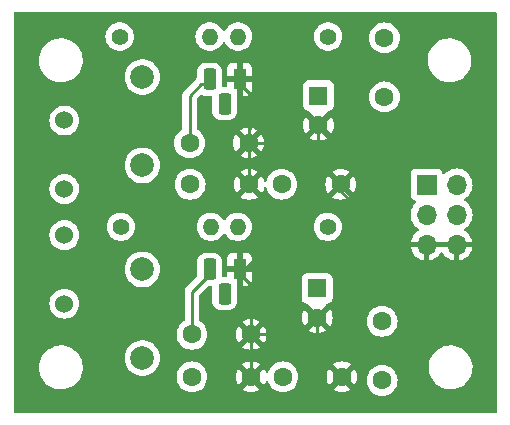
<source format=gbr>
%TF.GenerationSoftware,KiCad,Pcbnew,7.0.1*%
%TF.CreationDate,2023-08-20T15:53:23+02:00*%
%TF.ProjectId,GewitterMonitorAntenne,47657769-7474-4657-924d-6f6e69746f72,rev?*%
%TF.SameCoordinates,Original*%
%TF.FileFunction,Copper,L2,Bot*%
%TF.FilePolarity,Positive*%
%FSLAX46Y46*%
G04 Gerber Fmt 4.6, Leading zero omitted, Abs format (unit mm)*
G04 Created by KiCad (PCBNEW 7.0.1) date 2023-08-20 15:53:23*
%MOMM*%
%LPD*%
G01*
G04 APERTURE LIST*
G04 Aperture macros list*
%AMRoundRect*
0 Rectangle with rounded corners*
0 $1 Rounding radius*
0 $2 $3 $4 $5 $6 $7 $8 $9 X,Y pos of 4 corners*
0 Add a 4 corners polygon primitive as box body*
4,1,4,$2,$3,$4,$5,$6,$7,$8,$9,$2,$3,0*
0 Add four circle primitives for the rounded corners*
1,1,$1+$1,$2,$3*
1,1,$1+$1,$4,$5*
1,1,$1+$1,$6,$7*
1,1,$1+$1,$8,$9*
0 Add four rect primitives between the rounded corners*
20,1,$1+$1,$2,$3,$4,$5,0*
20,1,$1+$1,$4,$5,$6,$7,0*
20,1,$1+$1,$6,$7,$8,$9,0*
20,1,$1+$1,$8,$9,$2,$3,0*%
G04 Aperture macros list end*
%TA.AperFunction,ComponentPad*%
%ADD10C,1.524000*%
%TD*%
%TA.AperFunction,ComponentPad*%
%ADD11R,1.600000X1.600000*%
%TD*%
%TA.AperFunction,ComponentPad*%
%ADD12C,1.600000*%
%TD*%
%TA.AperFunction,ComponentPad*%
%ADD13RoundRect,0.275000X0.275000X0.625000X-0.275000X0.625000X-0.275000X-0.625000X0.275000X-0.625000X0*%
%TD*%
%TA.AperFunction,ComponentPad*%
%ADD14R,1.100000X1.800000*%
%TD*%
%TA.AperFunction,ComponentPad*%
%ADD15C,1.400000*%
%TD*%
%TA.AperFunction,ComponentPad*%
%ADD16O,1.400000X1.400000*%
%TD*%
%TA.AperFunction,ComponentPad*%
%ADD17R,1.700000X1.700000*%
%TD*%
%TA.AperFunction,ComponentPad*%
%ADD18O,1.700000X1.700000*%
%TD*%
%TA.AperFunction,ComponentPad*%
%ADD19C,2.000000*%
%TD*%
%TA.AperFunction,Conductor*%
%ADD20C,0.250000*%
%TD*%
G04 APERTURE END LIST*
D10*
%TO.P,L1,1,1*%
%TO.N,Net-(U1-In)*%
X141500000Y-71800000D03*
%TO.P,L1,2,2*%
%TO.N,Net-(C5-Pad2)*%
X141500000Y-77600000D03*
%TD*%
%TO.P,L2,1,1*%
%TO.N,Net-(U2-In)*%
X141500000Y-81500000D03*
%TO.P,L2,2,2*%
%TO.N,Net-(C7-Pad2)*%
X141500000Y-87300000D03*
%TD*%
D11*
%TO.P,C2,1*%
%TO.N,Net-(J1-Pin_2)*%
X163000000Y-69700000D03*
D12*
%TO.P,C2,2*%
%TO.N,GND*%
X163000000Y-72200000D03*
%TD*%
%TO.P,C11,1*%
%TO.N,Net-(U2-Out)*%
X168400000Y-93800000D03*
%TO.P,C11,2*%
%TO.N,Net-(J1-Pin_3)*%
X168400000Y-88800000D03*
%TD*%
%TO.P,C6,1*%
%TO.N,Net-(C5-Pad2)*%
X152140000Y-77200000D03*
%TO.P,C6,2*%
%TO.N,GND*%
X157140000Y-77200000D03*
%TD*%
%TO.P,C1,2*%
%TO.N,GND*%
X164900000Y-77200000D03*
%TO.P,C1,1*%
%TO.N,Net-(J1-Pin_2)*%
X159900000Y-77200000D03*
%TD*%
D13*
%TO.P,U2,3,Out*%
%TO.N,Net-(U2-Out)*%
X153800000Y-84400000D03*
%TO.P,U2,2,In*%
%TO.N,Net-(U2-In)*%
X155070000Y-86470000D03*
D14*
%TO.P,U2,1,GND*%
%TO.N,GND*%
X156340000Y-84400000D03*
%TD*%
%TO.P,U1,1,GND*%
%TO.N,GND*%
X156340000Y-68300000D03*
D13*
%TO.P,U1,2,In*%
%TO.N,Net-(U1-In)*%
X155070000Y-70370000D03*
%TO.P,U1,3,Out*%
%TO.N,Net-(U1-Out)*%
X153800000Y-68300000D03*
%TD*%
D15*
%TO.P,R4,1*%
%TO.N,Net-(J1-Pin_1)*%
X163800000Y-80800000D03*
D16*
%TO.P,R4,2*%
%TO.N,Net-(U2-Out)*%
X156180000Y-80800000D03*
%TD*%
D15*
%TO.P,R3,1*%
%TO.N,Net-(U2-In)*%
X146280000Y-80800000D03*
D16*
%TO.P,R3,2*%
%TO.N,Net-(U2-Out)*%
X153900000Y-80800000D03*
%TD*%
D15*
%TO.P,R2,1*%
%TO.N,Net-(U1-In)*%
X146180000Y-64700000D03*
D16*
%TO.P,R2,2*%
%TO.N,Net-(U1-Out)*%
X153800000Y-64700000D03*
%TD*%
D15*
%TO.P,R1,1*%
%TO.N,Net-(J1-Pin_2)*%
X163820000Y-64700000D03*
D16*
%TO.P,R1,2*%
%TO.N,Net-(U1-Out)*%
X156200000Y-64700000D03*
%TD*%
D17*
%TO.P,J1,1,Pin_1*%
%TO.N,Net-(J1-Pin_1)*%
X172160000Y-77220000D03*
D18*
%TO.P,J1,2,Pin_2*%
%TO.N,Net-(J1-Pin_2)*%
X174700000Y-77220000D03*
%TO.P,J1,3,Pin_3*%
%TO.N,Net-(J1-Pin_3)*%
X172160000Y-79760000D03*
%TO.P,J1,4,Pin_4*%
%TO.N,Net-(J1-Pin_4)*%
X174700000Y-79760000D03*
%TO.P,J1,5,Pin_5*%
%TO.N,GND*%
X172160000Y-82300000D03*
%TO.P,J1,6,Pin_6*%
X174700000Y-82300000D03*
%TD*%
D11*
%TO.P,C12,1*%
%TO.N,Net-(J1-Pin_1)*%
X162900000Y-86000000D03*
D12*
%TO.P,C12,2*%
%TO.N,GND*%
X162900000Y-88500000D03*
%TD*%
%TO.P,C10,1*%
%TO.N,Net-(J1-Pin_1)*%
X160000000Y-93500000D03*
%TO.P,C10,2*%
%TO.N,GND*%
X165000000Y-93500000D03*
%TD*%
%TO.P,C9,2*%
%TO.N,GND*%
X157300000Y-89900000D03*
%TO.P,C9,1*%
%TO.N,Net-(U2-Out)*%
X152300000Y-89900000D03*
%TD*%
%TO.P,C8,1*%
%TO.N,Net-(C7-Pad2)*%
X152300000Y-93500000D03*
%TO.P,C8,2*%
%TO.N,GND*%
X157300000Y-93500000D03*
%TD*%
D19*
%TO.P,C7,1*%
%TO.N,Net-(U2-In)*%
X148100000Y-84400000D03*
%TO.P,C7,2*%
%TO.N,Net-(C7-Pad2)*%
X148100000Y-91900000D03*
%TD*%
%TO.P,C5,1*%
%TO.N,Net-(U1-In)*%
X148100000Y-68100000D03*
%TO.P,C5,2*%
%TO.N,Net-(C5-Pad2)*%
X148100000Y-75600000D03*
%TD*%
D12*
%TO.P,C4,1*%
%TO.N,Net-(U1-Out)*%
X152100000Y-73700000D03*
%TO.P,C4,2*%
%TO.N,GND*%
X157100000Y-73700000D03*
%TD*%
%TO.P,C3,1*%
%TO.N,Net-(U1-Out)*%
X168600000Y-64800000D03*
%TO.P,C3,2*%
%TO.N,Net-(J1-Pin_4)*%
X168600000Y-69800000D03*
%TD*%
D20*
%TO.N,Net-(U2-Out)*%
X152300000Y-86300000D02*
X153800000Y-84800000D01*
X152300000Y-89900000D02*
X152300000Y-86300000D01*
%TO.N,GND*%
X157300000Y-89900000D02*
X157300000Y-93500000D01*
X162900000Y-91400000D02*
X165000000Y-93500000D01*
X162900000Y-88500000D02*
X162900000Y-91400000D01*
X161500000Y-89900000D02*
X162900000Y-88500000D01*
X157300000Y-89900000D02*
X161500000Y-89900000D01*
X157300000Y-85760000D02*
X157300000Y-89900000D01*
X156340000Y-84800000D02*
X157300000Y-85760000D01*
X157939999Y-83200001D02*
X156340000Y-84800000D01*
X157939999Y-77999999D02*
X157939999Y-83200001D01*
X157140000Y-77200000D02*
X157939999Y-77999999D01*
X172160000Y-82300000D02*
X169400000Y-82300000D01*
X169400000Y-82300000D02*
X164300000Y-77200000D01*
X174700000Y-82300000D02*
X172160000Y-82300000D01*
%TO.N,Net-(U1-Out)*%
X152100000Y-69700000D02*
X152100000Y-73700000D01*
X153100000Y-68700000D02*
X152100000Y-69700000D01*
X153800000Y-68700000D02*
X153100000Y-68700000D01*
%TO.N,GND*%
X157140000Y-73740000D02*
X157100000Y-73700000D01*
X157140000Y-77200000D02*
X157140000Y-73740000D01*
X163000000Y-75300000D02*
X164900000Y-77200000D01*
X163000000Y-72200000D02*
X163000000Y-75300000D01*
X157100000Y-73700000D02*
X161500000Y-73700000D01*
X161500000Y-73700000D02*
X163000000Y-72200000D01*
X157100000Y-72500000D02*
X157100000Y-73700000D01*
X157800000Y-71800000D02*
X157100000Y-72500000D01*
X157800000Y-70160000D02*
X157800000Y-71800000D01*
X156340000Y-68700000D02*
X157800000Y-70160000D01*
%TD*%
%TA.AperFunction,Conductor*%
%TO.N,GND*%
G36*
X178037500Y-62617113D02*
G01*
X178082887Y-62662500D01*
X178099500Y-62724500D01*
X178099500Y-96475500D01*
X178082887Y-96537500D01*
X178037500Y-96582887D01*
X177975500Y-96599500D01*
X137324500Y-96599500D01*
X137262500Y-96582887D01*
X137217113Y-96537500D01*
X137200500Y-96475500D01*
X137200500Y-92767764D01*
X139345787Y-92767764D01*
X139375413Y-93037016D01*
X139409998Y-93169304D01*
X139443928Y-93299088D01*
X139529307Y-93500001D01*
X139549871Y-93548392D01*
X139690982Y-93779611D01*
X139864253Y-93987818D01*
X139864255Y-93987820D01*
X140065998Y-94168582D01*
X140291910Y-94318044D01*
X140336910Y-94339139D01*
X140537177Y-94433021D01*
X140759960Y-94500046D01*
X140796569Y-94511060D01*
X141064561Y-94550500D01*
X141267631Y-94550500D01*
X141267634Y-94550500D01*
X141470156Y-94535677D01*
X141470155Y-94535677D01*
X141734553Y-94476780D01*
X141987558Y-94380014D01*
X142223777Y-94247441D01*
X142438177Y-94081888D01*
X142626186Y-93886881D01*
X142783799Y-93666579D01*
X142869443Y-93499999D01*
X150994531Y-93499999D01*
X151014364Y-93726689D01*
X151073261Y-93946497D01*
X151169432Y-94152735D01*
X151299953Y-94339140D01*
X151460859Y-94500046D01*
X151647264Y-94630567D01*
X151647265Y-94630567D01*
X151647266Y-94630568D01*
X151853504Y-94726739D01*
X152073308Y-94785635D01*
X152300000Y-94805468D01*
X152526692Y-94785635D01*
X152746496Y-94726739D01*
X152952734Y-94630568D01*
X153026344Y-94579026D01*
X156574526Y-94579026D01*
X156647515Y-94630133D01*
X156853673Y-94726266D01*
X157073397Y-94785141D01*
X157300000Y-94804966D01*
X157526602Y-94785141D01*
X157746326Y-94726266D01*
X157952480Y-94630134D01*
X158025472Y-94579025D01*
X157300001Y-93853553D01*
X157300000Y-93853553D01*
X156574526Y-94579025D01*
X156574526Y-94579026D01*
X153026344Y-94579026D01*
X153139139Y-94500047D01*
X153300047Y-94339139D01*
X153430568Y-94152734D01*
X153526739Y-93946496D01*
X153585635Y-93726692D01*
X153605468Y-93500000D01*
X153605468Y-93499999D01*
X155995033Y-93499999D01*
X156014858Y-93726602D01*
X156073733Y-93946326D01*
X156169866Y-94152484D01*
X156220972Y-94225471D01*
X156220974Y-94225472D01*
X156946446Y-93500001D01*
X157653553Y-93500001D01*
X158379025Y-94225472D01*
X158430134Y-94152480D01*
X158526266Y-93946325D01*
X158529966Y-93932520D01*
X158562059Y-93876932D01*
X158617647Y-93844838D01*
X158681834Y-93844838D01*
X158737422Y-93876932D01*
X158769516Y-93932519D01*
X158773261Y-93946497D01*
X158869432Y-94152735D01*
X158999953Y-94339140D01*
X159160859Y-94500046D01*
X159347264Y-94630567D01*
X159347265Y-94630567D01*
X159347266Y-94630568D01*
X159553504Y-94726739D01*
X159773308Y-94785635D01*
X160000000Y-94805468D01*
X160226692Y-94785635D01*
X160446496Y-94726739D01*
X160652734Y-94630568D01*
X160726344Y-94579026D01*
X164274526Y-94579026D01*
X164347515Y-94630133D01*
X164553673Y-94726266D01*
X164773397Y-94785141D01*
X165000000Y-94804966D01*
X165226602Y-94785141D01*
X165446326Y-94726266D01*
X165652480Y-94630134D01*
X165725472Y-94579025D01*
X165000001Y-93853553D01*
X165000000Y-93853553D01*
X164274526Y-94579025D01*
X164274526Y-94579026D01*
X160726344Y-94579026D01*
X160839139Y-94500047D01*
X161000047Y-94339139D01*
X161130568Y-94152734D01*
X161226739Y-93946496D01*
X161285635Y-93726692D01*
X161305468Y-93500000D01*
X161305468Y-93499999D01*
X163695033Y-93499999D01*
X163714858Y-93726602D01*
X163773733Y-93946326D01*
X163869866Y-94152484D01*
X163920972Y-94225471D01*
X163920974Y-94225472D01*
X164646446Y-93500001D01*
X165353553Y-93500001D01*
X166079025Y-94225472D01*
X166130134Y-94152480D01*
X166226266Y-93946326D01*
X166265474Y-93800000D01*
X167094531Y-93800000D01*
X167114364Y-94026689D01*
X167173261Y-94246497D01*
X167269432Y-94452735D01*
X167399953Y-94639140D01*
X167560859Y-94800046D01*
X167747264Y-94930567D01*
X167747265Y-94930567D01*
X167747266Y-94930568D01*
X167953504Y-95026739D01*
X168173308Y-95085635D01*
X168400000Y-95105468D01*
X168626692Y-95085635D01*
X168846496Y-95026739D01*
X169052734Y-94930568D01*
X169239139Y-94800047D01*
X169400047Y-94639139D01*
X169530568Y-94452734D01*
X169626739Y-94246496D01*
X169685635Y-94026692D01*
X169705468Y-93800000D01*
X169685635Y-93573308D01*
X169626739Y-93353504D01*
X169530568Y-93147266D01*
X169474702Y-93067481D01*
X169400046Y-92960859D01*
X169239140Y-92799953D01*
X169193169Y-92767764D01*
X172345787Y-92767764D01*
X172375413Y-93037016D01*
X172409998Y-93169304D01*
X172443928Y-93299088D01*
X172529307Y-93500001D01*
X172549871Y-93548392D01*
X172690982Y-93779611D01*
X172864253Y-93987818D01*
X172864255Y-93987820D01*
X173065998Y-94168582D01*
X173291910Y-94318044D01*
X173336910Y-94339139D01*
X173537177Y-94433021D01*
X173759960Y-94500046D01*
X173796569Y-94511060D01*
X174064561Y-94550500D01*
X174267631Y-94550500D01*
X174267634Y-94550500D01*
X174470156Y-94535677D01*
X174470155Y-94535677D01*
X174734553Y-94476780D01*
X174987558Y-94380014D01*
X175223777Y-94247441D01*
X175438177Y-94081888D01*
X175626186Y-93886881D01*
X175783799Y-93666579D01*
X175907656Y-93425675D01*
X175995118Y-93169305D01*
X176044319Y-92902933D01*
X176054212Y-92632235D01*
X176024586Y-92362982D01*
X175956072Y-92100912D01*
X175850130Y-91851610D01*
X175709018Y-91620390D01*
X175709017Y-91620388D01*
X175535746Y-91412181D01*
X175430758Y-91318112D01*
X175334002Y-91231418D01*
X175108090Y-91081956D01*
X175108086Y-91081954D01*
X174862822Y-90966978D01*
X174603437Y-90888941D01*
X174603431Y-90888940D01*
X174335439Y-90849500D01*
X174132369Y-90849500D01*
X174132366Y-90849500D01*
X173929843Y-90864322D01*
X173665449Y-90923219D01*
X173412441Y-91019986D01*
X173176223Y-91152559D01*
X172961825Y-91318109D01*
X172773813Y-91513120D01*
X172616201Y-91733420D01*
X172492342Y-91974329D01*
X172404881Y-92230695D01*
X172355680Y-92497066D01*
X172345787Y-92767764D01*
X169193169Y-92767764D01*
X169052735Y-92669432D01*
X168846497Y-92573261D01*
X168626689Y-92514364D01*
X168400000Y-92494531D01*
X168173310Y-92514364D01*
X167953502Y-92573261D01*
X167747264Y-92669432D01*
X167560859Y-92799953D01*
X167399953Y-92960859D01*
X167269432Y-93147264D01*
X167173261Y-93353502D01*
X167114364Y-93573310D01*
X167094531Y-93800000D01*
X166265474Y-93800000D01*
X166285141Y-93726602D01*
X166304966Y-93499999D01*
X166285141Y-93273397D01*
X166226266Y-93053673D01*
X166130133Y-92847515D01*
X166079025Y-92774526D01*
X165353553Y-93500000D01*
X165353553Y-93500001D01*
X164646446Y-93500001D01*
X164646446Y-93499999D01*
X163920973Y-92774526D01*
X163920973Y-92774527D01*
X163869865Y-92847516D01*
X163773733Y-93053672D01*
X163714858Y-93273397D01*
X163695033Y-93499999D01*
X161305468Y-93499999D01*
X161285635Y-93273308D01*
X161226739Y-93053504D01*
X161130568Y-92847266D01*
X161097439Y-92799953D01*
X161000046Y-92660859D01*
X160839140Y-92499953D01*
X160726344Y-92420973D01*
X164274526Y-92420973D01*
X165000000Y-93146446D01*
X165000001Y-93146446D01*
X165725472Y-92420974D01*
X165725471Y-92420972D01*
X165652484Y-92369866D01*
X165446326Y-92273733D01*
X165226602Y-92214858D01*
X165000000Y-92195033D01*
X164773397Y-92214858D01*
X164553672Y-92273733D01*
X164347516Y-92369865D01*
X164274527Y-92420973D01*
X164274526Y-92420973D01*
X160726344Y-92420973D01*
X160652735Y-92369432D01*
X160446497Y-92273261D01*
X160226689Y-92214364D01*
X160000000Y-92194531D01*
X159773310Y-92214364D01*
X159553502Y-92273261D01*
X159347264Y-92369432D01*
X159160859Y-92499953D01*
X158999953Y-92660859D01*
X158869432Y-92847264D01*
X158773259Y-93053506D01*
X158769515Y-93067481D01*
X158737422Y-93123068D01*
X158681834Y-93155161D01*
X158617647Y-93155161D01*
X158562060Y-93123067D01*
X158529966Y-93067480D01*
X158526266Y-93053673D01*
X158430133Y-92847515D01*
X158379025Y-92774526D01*
X157653553Y-93500000D01*
X157653553Y-93500001D01*
X156946446Y-93500001D01*
X156946446Y-93500000D01*
X156220973Y-92774526D01*
X156220973Y-92774527D01*
X156169865Y-92847516D01*
X156073733Y-93053672D01*
X156014858Y-93273397D01*
X155995033Y-93499999D01*
X153605468Y-93499999D01*
X153585635Y-93273308D01*
X153526739Y-93053504D01*
X153430568Y-92847266D01*
X153397439Y-92799953D01*
X153300046Y-92660859D01*
X153139140Y-92499953D01*
X153026344Y-92420973D01*
X156574526Y-92420973D01*
X157300000Y-93146446D01*
X157300001Y-93146446D01*
X158025472Y-92420974D01*
X158025471Y-92420972D01*
X157952484Y-92369866D01*
X157746326Y-92273733D01*
X157526602Y-92214858D01*
X157300000Y-92195033D01*
X157073397Y-92214858D01*
X156853672Y-92273733D01*
X156647516Y-92369865D01*
X156574527Y-92420973D01*
X156574526Y-92420973D01*
X153026344Y-92420973D01*
X152952735Y-92369432D01*
X152746497Y-92273261D01*
X152526689Y-92214364D01*
X152300000Y-92194531D01*
X152073310Y-92214364D01*
X151853502Y-92273261D01*
X151647264Y-92369432D01*
X151460859Y-92499953D01*
X151299953Y-92660859D01*
X151169432Y-92847264D01*
X151073261Y-93053502D01*
X151014364Y-93273310D01*
X150994531Y-93499999D01*
X142869443Y-93499999D01*
X142907656Y-93425675D01*
X142995118Y-93169305D01*
X143044319Y-92902933D01*
X143054212Y-92632235D01*
X143024586Y-92362982D01*
X142956072Y-92100912D01*
X142870693Y-91899999D01*
X146594356Y-91899999D01*
X146614891Y-92147816D01*
X146614891Y-92147819D01*
X146614892Y-92147821D01*
X146675937Y-92388881D01*
X146720960Y-92491523D01*
X146775825Y-92616604D01*
X146775827Y-92616607D01*
X146911836Y-92824785D01*
X147080256Y-93007738D01*
X147117875Y-93037018D01*
X147276485Y-93160470D01*
X147276487Y-93160471D01*
X147276491Y-93160474D01*
X147495190Y-93278828D01*
X147730386Y-93359571D01*
X147975665Y-93400500D01*
X148224335Y-93400500D01*
X148469614Y-93359571D01*
X148704810Y-93278828D01*
X148923509Y-93160474D01*
X149119744Y-93007738D01*
X149288164Y-92824785D01*
X149424173Y-92616607D01*
X149524063Y-92388881D01*
X149585108Y-92147821D01*
X149605643Y-91900000D01*
X149585108Y-91652179D01*
X149524063Y-91411119D01*
X149433636Y-91204966D01*
X149424174Y-91183395D01*
X149387159Y-91126739D01*
X149288164Y-90975215D01*
X149119744Y-90792262D01*
X149051492Y-90739139D01*
X148923514Y-90639529D01*
X148923510Y-90639526D01*
X148923509Y-90639526D01*
X148704810Y-90521172D01*
X148704806Y-90521170D01*
X148704805Y-90521170D01*
X148469615Y-90440429D01*
X148224335Y-90399500D01*
X147975665Y-90399500D01*
X147730384Y-90440429D01*
X147495194Y-90521170D01*
X147276485Y-90639529D01*
X147080259Y-90792259D01*
X146911837Y-90975214D01*
X146775825Y-91183395D01*
X146685780Y-91388678D01*
X146675937Y-91411119D01*
X146650107Y-91513119D01*
X146614891Y-91652183D01*
X146594356Y-91899999D01*
X142870693Y-91899999D01*
X142850130Y-91851610D01*
X142709018Y-91620390D01*
X142709017Y-91620388D01*
X142535746Y-91412181D01*
X142430758Y-91318112D01*
X142334002Y-91231418D01*
X142108090Y-91081956D01*
X142108086Y-91081954D01*
X141862822Y-90966978D01*
X141603437Y-90888941D01*
X141603431Y-90888940D01*
X141335439Y-90849500D01*
X141132369Y-90849500D01*
X141132366Y-90849500D01*
X140929843Y-90864322D01*
X140665449Y-90923219D01*
X140412441Y-91019986D01*
X140176223Y-91152559D01*
X139961825Y-91318109D01*
X139773813Y-91513120D01*
X139616201Y-91733420D01*
X139492342Y-91974329D01*
X139404881Y-92230695D01*
X139355680Y-92497066D01*
X139345787Y-92767764D01*
X137200500Y-92767764D01*
X137200500Y-89899999D01*
X150994531Y-89899999D01*
X151014364Y-90126689D01*
X151073261Y-90346497D01*
X151169432Y-90552735D01*
X151299953Y-90739140D01*
X151460859Y-90900046D01*
X151647264Y-91030567D01*
X151647265Y-91030567D01*
X151647266Y-91030568D01*
X151853504Y-91126739D01*
X152073308Y-91185635D01*
X152300000Y-91205468D01*
X152526692Y-91185635D01*
X152746496Y-91126739D01*
X152952734Y-91030568D01*
X153026344Y-90979026D01*
X156574526Y-90979026D01*
X156647515Y-91030133D01*
X156853673Y-91126266D01*
X157073397Y-91185141D01*
X157300000Y-91204966D01*
X157526602Y-91185141D01*
X157746326Y-91126266D01*
X157952480Y-91030134D01*
X158025472Y-90979025D01*
X157300001Y-90253553D01*
X157300000Y-90253553D01*
X156574526Y-90979025D01*
X156574526Y-90979026D01*
X153026344Y-90979026D01*
X153139139Y-90900047D01*
X153300047Y-90739139D01*
X153430568Y-90552734D01*
X153526739Y-90346496D01*
X153585635Y-90126692D01*
X153605468Y-89900000D01*
X155995033Y-89900000D01*
X156014858Y-90126602D01*
X156073733Y-90346326D01*
X156169866Y-90552484D01*
X156220972Y-90625471D01*
X156220974Y-90625472D01*
X156946446Y-89900001D01*
X157653553Y-89900001D01*
X158379025Y-90625472D01*
X158430134Y-90552480D01*
X158526266Y-90346326D01*
X158585141Y-90126602D01*
X158604966Y-89900000D01*
X158585141Y-89673397D01*
X158559854Y-89579026D01*
X162174526Y-89579026D01*
X162247515Y-89630133D01*
X162453673Y-89726266D01*
X162673397Y-89785141D01*
X162899999Y-89804966D01*
X163126602Y-89785141D01*
X163346326Y-89726266D01*
X163552480Y-89630134D01*
X163625472Y-89579025D01*
X162900001Y-88853553D01*
X162900000Y-88853553D01*
X162174526Y-89579025D01*
X162174526Y-89579026D01*
X158559854Y-89579026D01*
X158526266Y-89453673D01*
X158430133Y-89247515D01*
X158379025Y-89174526D01*
X157653553Y-89900000D01*
X157653553Y-89900001D01*
X156946446Y-89900001D01*
X156946446Y-89900000D01*
X156220973Y-89174526D01*
X156220973Y-89174527D01*
X156169865Y-89247516D01*
X156073733Y-89453672D01*
X156014858Y-89673397D01*
X155995033Y-89900000D01*
X153605468Y-89900000D01*
X153585635Y-89673308D01*
X153526739Y-89453504D01*
X153430568Y-89247266D01*
X153415307Y-89225471D01*
X153300046Y-89060859D01*
X153139140Y-88899953D01*
X153026343Y-88820973D01*
X156574526Y-88820973D01*
X157300000Y-89546446D01*
X157300001Y-89546446D01*
X158025472Y-88820974D01*
X158025471Y-88820972D01*
X157952484Y-88769866D01*
X157746326Y-88673733D01*
X157526602Y-88614858D01*
X157300000Y-88595033D01*
X157073397Y-88614858D01*
X156853672Y-88673733D01*
X156647516Y-88769865D01*
X156574527Y-88820973D01*
X156574526Y-88820973D01*
X153026343Y-88820973D01*
X152978377Y-88787387D01*
X152939511Y-88743069D01*
X152925500Y-88685812D01*
X152925500Y-88500000D01*
X161595033Y-88500000D01*
X161614858Y-88726602D01*
X161673733Y-88946326D01*
X161769866Y-89152484D01*
X161820972Y-89225471D01*
X161820973Y-89225472D01*
X162546446Y-88500000D01*
X162546446Y-88499999D01*
X163253553Y-88499999D01*
X163979025Y-89225472D01*
X164030134Y-89152480D01*
X164126266Y-88946326D01*
X164165474Y-88799999D01*
X167094531Y-88799999D01*
X167114364Y-89026689D01*
X167173261Y-89246497D01*
X167269432Y-89452735D01*
X167399953Y-89639140D01*
X167560859Y-89800046D01*
X167747264Y-89930567D01*
X167747265Y-89930567D01*
X167747266Y-89930568D01*
X167953504Y-90026739D01*
X168173308Y-90085635D01*
X168400000Y-90105468D01*
X168626692Y-90085635D01*
X168846496Y-90026739D01*
X169052734Y-89930568D01*
X169239139Y-89800047D01*
X169400047Y-89639139D01*
X169530568Y-89452734D01*
X169626739Y-89246496D01*
X169685635Y-89026692D01*
X169705468Y-88800000D01*
X169685635Y-88573308D01*
X169626739Y-88353504D01*
X169530568Y-88147266D01*
X169507709Y-88114620D01*
X169400046Y-87960859D01*
X169239140Y-87799953D01*
X169052735Y-87669432D01*
X168846497Y-87573261D01*
X168626689Y-87514364D01*
X168399999Y-87494531D01*
X168173310Y-87514364D01*
X167953502Y-87573261D01*
X167747264Y-87669432D01*
X167560859Y-87799953D01*
X167399953Y-87960859D01*
X167269432Y-88147264D01*
X167173261Y-88353502D01*
X167114364Y-88573310D01*
X167094531Y-88799999D01*
X164165474Y-88799999D01*
X164185141Y-88726602D01*
X164204966Y-88500000D01*
X164185141Y-88273397D01*
X164126266Y-88053673D01*
X164030133Y-87847515D01*
X163979025Y-87774526D01*
X163253553Y-88499999D01*
X162546446Y-88499999D01*
X162546446Y-88499998D01*
X161820973Y-87774527D01*
X161769865Y-87847516D01*
X161673733Y-88053672D01*
X161614858Y-88273397D01*
X161595033Y-88500000D01*
X152925500Y-88500000D01*
X152925500Y-86610452D01*
X152934939Y-86562999D01*
X152961819Y-86522771D01*
X153647772Y-85836819D01*
X153688000Y-85809939D01*
X153735453Y-85800500D01*
X153895500Y-85800500D01*
X153957500Y-85817113D01*
X154002887Y-85862500D01*
X154019500Y-85924500D01*
X154019500Y-87138556D01*
X154034158Y-87268656D01*
X154091877Y-87433606D01*
X154184852Y-87581576D01*
X154308423Y-87705147D01*
X154456393Y-87798122D01*
X154621343Y-87855841D01*
X154751444Y-87870500D01*
X154751448Y-87870500D01*
X155388552Y-87870500D01*
X155388556Y-87870500D01*
X155492635Y-87858772D01*
X155518657Y-87855841D01*
X155683606Y-87798122D01*
X155831576Y-87705147D01*
X155955147Y-87581576D01*
X156048122Y-87433606D01*
X156105841Y-87268657D01*
X156120500Y-87138552D01*
X156120500Y-86847869D01*
X161599500Y-86847869D01*
X161605909Y-86907483D01*
X161656204Y-87042331D01*
X161742454Y-87157546D01*
X161857669Y-87243796D01*
X161992517Y-87294091D01*
X162052127Y-87300500D01*
X162052131Y-87300499D01*
X162058735Y-87301210D01*
X162058542Y-87303000D01*
X162114824Y-87318950D01*
X162160550Y-87368838D01*
X162169582Y-87416029D01*
X162900000Y-88146446D01*
X162900001Y-88146446D01*
X163630414Y-87416031D01*
X163639443Y-87368849D01*
X163685157Y-87318961D01*
X163741456Y-87302993D01*
X163741265Y-87301209D01*
X163747869Y-87300499D01*
X163747872Y-87300499D01*
X163807483Y-87294091D01*
X163942331Y-87243796D01*
X164057546Y-87157546D01*
X164143796Y-87042331D01*
X164194091Y-86907483D01*
X164200500Y-86847873D01*
X164200499Y-85152128D01*
X164194091Y-85092517D01*
X164143796Y-84957669D01*
X164057546Y-84842454D01*
X163942331Y-84756204D01*
X163807483Y-84705909D01*
X163747873Y-84699500D01*
X163747869Y-84699500D01*
X162052130Y-84699500D01*
X161992515Y-84705909D01*
X161857669Y-84756204D01*
X161742454Y-84842454D01*
X161656204Y-84957668D01*
X161605909Y-85092516D01*
X161599500Y-85152130D01*
X161599500Y-86847869D01*
X156120500Y-86847869D01*
X156120500Y-85801448D01*
X156120393Y-85800500D01*
X156105841Y-85671345D01*
X156105841Y-85671343D01*
X156096958Y-85645959D01*
X156090000Y-85605005D01*
X156090000Y-84650000D01*
X156590000Y-84650000D01*
X156590000Y-85800000D01*
X156937824Y-85800000D01*
X156997375Y-85793597D01*
X157132089Y-85743352D01*
X157247188Y-85657188D01*
X157333352Y-85542089D01*
X157383597Y-85407375D01*
X157390000Y-85347824D01*
X157390000Y-84650000D01*
X156590000Y-84650000D01*
X156090000Y-84650000D01*
X155290000Y-84650000D01*
X155290000Y-84945500D01*
X155273387Y-85007500D01*
X155228000Y-85052887D01*
X155166000Y-85069500D01*
X154974500Y-85069500D01*
X154912500Y-85052887D01*
X154867113Y-85007500D01*
X154850500Y-84945500D01*
X154850500Y-84150000D01*
X155290000Y-84150000D01*
X156090000Y-84150000D01*
X156090000Y-83000000D01*
X156590000Y-83000000D01*
X156590000Y-84150000D01*
X157390000Y-84150000D01*
X157390000Y-83452176D01*
X157383597Y-83392624D01*
X157333352Y-83257910D01*
X157247188Y-83142811D01*
X157132089Y-83056647D01*
X156997375Y-83006402D01*
X156937824Y-83000000D01*
X156590000Y-83000000D01*
X156090000Y-83000000D01*
X155742176Y-83000000D01*
X155682624Y-83006402D01*
X155547910Y-83056647D01*
X155432811Y-83142811D01*
X155346647Y-83257910D01*
X155296402Y-83392624D01*
X155290000Y-83452176D01*
X155290000Y-84150000D01*
X154850500Y-84150000D01*
X154850500Y-83731444D01*
X154835841Y-83601343D01*
X154778122Y-83436393D01*
X154685147Y-83288423D01*
X154561576Y-83164852D01*
X154413606Y-83071877D01*
X154248656Y-83014158D01*
X154118556Y-82999500D01*
X154118552Y-82999500D01*
X153481448Y-82999500D01*
X153481444Y-82999500D01*
X153351343Y-83014158D01*
X153186393Y-83071877D01*
X153038423Y-83164852D01*
X152914852Y-83288423D01*
X152821877Y-83436393D01*
X152764158Y-83601343D01*
X152749500Y-83731444D01*
X152749500Y-84914547D01*
X152740061Y-84962000D01*
X152713181Y-85002228D01*
X151916208Y-85799199D01*
X151900110Y-85812096D01*
X151852096Y-85863225D01*
X151849391Y-85866017D01*
X151829874Y-85885534D01*
X151827415Y-85888705D01*
X151819842Y-85897572D01*
X151789935Y-85929420D01*
X151780285Y-85946974D01*
X151769609Y-85963228D01*
X151757326Y-85979063D01*
X151739975Y-86019158D01*
X151734838Y-86029644D01*
X151713802Y-86067907D01*
X151708821Y-86087309D01*
X151702520Y-86105711D01*
X151694561Y-86124102D01*
X151687728Y-86167242D01*
X151685360Y-86178674D01*
X151674500Y-86220978D01*
X151674500Y-86241016D01*
X151672973Y-86260415D01*
X151669840Y-86280194D01*
X151673950Y-86323675D01*
X151674500Y-86335344D01*
X151674500Y-88685812D01*
X151660489Y-88743069D01*
X151621623Y-88787387D01*
X151460859Y-88899953D01*
X151299953Y-89060859D01*
X151169432Y-89247264D01*
X151073261Y-89453502D01*
X151014364Y-89673310D01*
X150994531Y-89899999D01*
X137200500Y-89899999D01*
X137200500Y-87300000D01*
X140232676Y-87300000D01*
X140251929Y-87520065D01*
X140309106Y-87733451D01*
X140373013Y-87870500D01*
X140402466Y-87933662D01*
X140529174Y-88114620D01*
X140685380Y-88270826D01*
X140866338Y-88397534D01*
X141066550Y-88490894D01*
X141279932Y-88548070D01*
X141500000Y-88567323D01*
X141720068Y-88548070D01*
X141933450Y-88490894D01*
X142133662Y-88397534D01*
X142314620Y-88270826D01*
X142470826Y-88114620D01*
X142597534Y-87933662D01*
X142690894Y-87733450D01*
X142748070Y-87520068D01*
X142767323Y-87300000D01*
X142748070Y-87079932D01*
X142690894Y-86866550D01*
X142597534Y-86666339D01*
X142470826Y-86485380D01*
X142314620Y-86329174D01*
X142133662Y-86202466D01*
X142082640Y-86178674D01*
X141933451Y-86109106D01*
X141720065Y-86051929D01*
X141499999Y-86032676D01*
X141279934Y-86051929D01*
X141066548Y-86109106D01*
X140866338Y-86202466D01*
X140685379Y-86329174D01*
X140529174Y-86485379D01*
X140402466Y-86666338D01*
X140309106Y-86866548D01*
X140251929Y-87079934D01*
X140232676Y-87300000D01*
X137200500Y-87300000D01*
X137200500Y-84399999D01*
X146594356Y-84399999D01*
X146614891Y-84647816D01*
X146614891Y-84647819D01*
X146614892Y-84647821D01*
X146675937Y-84888881D01*
X146706110Y-84957668D01*
X146775825Y-85116604D01*
X146775827Y-85116607D01*
X146911836Y-85324785D01*
X147080256Y-85507738D01*
X147080259Y-85507740D01*
X147276485Y-85660470D01*
X147276487Y-85660471D01*
X147276491Y-85660474D01*
X147495190Y-85778828D01*
X147730386Y-85859571D01*
X147975665Y-85900500D01*
X148224335Y-85900500D01*
X148469614Y-85859571D01*
X148704810Y-85778828D01*
X148923509Y-85660474D01*
X149119744Y-85507738D01*
X149288164Y-85324785D01*
X149424173Y-85116607D01*
X149524063Y-84888881D01*
X149585108Y-84647821D01*
X149605643Y-84400000D01*
X149585108Y-84152179D01*
X149524063Y-83911119D01*
X149424173Y-83683393D01*
X149288164Y-83475215D01*
X149119744Y-83292262D01*
X149075609Y-83257910D01*
X148923514Y-83139529D01*
X148923510Y-83139526D01*
X148923509Y-83139526D01*
X148704810Y-83021172D01*
X148704806Y-83021170D01*
X148704805Y-83021170D01*
X148469615Y-82940429D01*
X148224335Y-82899500D01*
X147975665Y-82899500D01*
X147730384Y-82940429D01*
X147495194Y-83021170D01*
X147276485Y-83139529D01*
X147080259Y-83292259D01*
X146911837Y-83475214D01*
X146775825Y-83683395D01*
X146675938Y-83911117D01*
X146614891Y-84152183D01*
X146594356Y-84399999D01*
X137200500Y-84399999D01*
X137200500Y-81499999D01*
X140232676Y-81499999D01*
X140251929Y-81720065D01*
X140309106Y-81933451D01*
X140363453Y-82049999D01*
X140402466Y-82133662D01*
X140529174Y-82314620D01*
X140685380Y-82470826D01*
X140866338Y-82597534D01*
X141066550Y-82690894D01*
X141279932Y-82748070D01*
X141500000Y-82767323D01*
X141720068Y-82748070D01*
X141933450Y-82690894D01*
X142133662Y-82597534D01*
X142201548Y-82550000D01*
X170829364Y-82550000D01*
X170886569Y-82763492D01*
X170986399Y-82977576D01*
X171121893Y-83171081D01*
X171288918Y-83338106D01*
X171482423Y-83473600D01*
X171696507Y-83573430D01*
X171909999Y-83630635D01*
X171910000Y-83630636D01*
X171910000Y-82550000D01*
X172410000Y-82550000D01*
X172410000Y-83630635D01*
X172623492Y-83573430D01*
X172837576Y-83473600D01*
X173031081Y-83338106D01*
X173198106Y-83171081D01*
X173328425Y-82984968D01*
X173372743Y-82946103D01*
X173430000Y-82932092D01*
X173487257Y-82946103D01*
X173531575Y-82984968D01*
X173661893Y-83171081D01*
X173828918Y-83338106D01*
X174022423Y-83473600D01*
X174236507Y-83573430D01*
X174449999Y-83630635D01*
X174450000Y-83630636D01*
X174450000Y-82550000D01*
X174950000Y-82550000D01*
X174950000Y-83630635D01*
X175163492Y-83573430D01*
X175377576Y-83473600D01*
X175571081Y-83338106D01*
X175738106Y-83171081D01*
X175873600Y-82977576D01*
X175973430Y-82763492D01*
X176030636Y-82550000D01*
X174950000Y-82550000D01*
X174450000Y-82550000D01*
X172410000Y-82550000D01*
X171910000Y-82550000D01*
X170829364Y-82550000D01*
X142201548Y-82550000D01*
X142314620Y-82470826D01*
X142470826Y-82314620D01*
X142597534Y-82133662D01*
X142690894Y-81933450D01*
X142748070Y-81720068D01*
X142767323Y-81500000D01*
X142748070Y-81279932D01*
X142690894Y-81066550D01*
X142597534Y-80866339D01*
X142551083Y-80800000D01*
X145074357Y-80800000D01*
X145094885Y-81021537D01*
X145155769Y-81235526D01*
X145254941Y-81434688D01*
X145389019Y-81612237D01*
X145553437Y-81762124D01*
X145742595Y-81879245D01*
X145742597Y-81879245D01*
X145742599Y-81879247D01*
X145950060Y-81959618D01*
X146168757Y-82000500D01*
X146391241Y-82000500D01*
X146391243Y-82000500D01*
X146609940Y-81959618D01*
X146817401Y-81879247D01*
X147006562Y-81762124D01*
X147170981Y-81612236D01*
X147305058Y-81434689D01*
X147404229Y-81235528D01*
X147465115Y-81021536D01*
X147485643Y-80800000D01*
X152694357Y-80800000D01*
X152714885Y-81021537D01*
X152775769Y-81235526D01*
X152874941Y-81434688D01*
X153009019Y-81612237D01*
X153173437Y-81762124D01*
X153362595Y-81879245D01*
X153362597Y-81879245D01*
X153362599Y-81879247D01*
X153570060Y-81959618D01*
X153788757Y-82000500D01*
X154011241Y-82000500D01*
X154011243Y-82000500D01*
X154229940Y-81959618D01*
X154437401Y-81879247D01*
X154626562Y-81762124D01*
X154790981Y-81612236D01*
X154925058Y-81434689D01*
X154925058Y-81434687D01*
X154925060Y-81434686D01*
X154929000Y-81426774D01*
X154974722Y-81376618D01*
X155040000Y-81358045D01*
X155105278Y-81376618D01*
X155151000Y-81426774D01*
X155154939Y-81434686D01*
X155289019Y-81612237D01*
X155453437Y-81762124D01*
X155642595Y-81879245D01*
X155642597Y-81879245D01*
X155642599Y-81879247D01*
X155850060Y-81959618D01*
X156068757Y-82000500D01*
X156291241Y-82000500D01*
X156291243Y-82000500D01*
X156509940Y-81959618D01*
X156717401Y-81879247D01*
X156906562Y-81762124D01*
X157070981Y-81612236D01*
X157205058Y-81434689D01*
X157304229Y-81235528D01*
X157365115Y-81021536D01*
X157385643Y-80800000D01*
X162594357Y-80800000D01*
X162614885Y-81021537D01*
X162675769Y-81235526D01*
X162774941Y-81434688D01*
X162909019Y-81612237D01*
X163073437Y-81762124D01*
X163262595Y-81879245D01*
X163262597Y-81879245D01*
X163262599Y-81879247D01*
X163470060Y-81959618D01*
X163688757Y-82000500D01*
X163911241Y-82000500D01*
X163911243Y-82000500D01*
X164129940Y-81959618D01*
X164337401Y-81879247D01*
X164526562Y-81762124D01*
X164690981Y-81612236D01*
X164825058Y-81434689D01*
X164924229Y-81235528D01*
X164985115Y-81021536D01*
X165005643Y-80800000D01*
X164985115Y-80578464D01*
X164962227Y-80498021D01*
X164924230Y-80364473D01*
X164825058Y-80165311D01*
X164690980Y-79987762D01*
X164526562Y-79837875D01*
X164400789Y-79760000D01*
X170804340Y-79760000D01*
X170824936Y-79995407D01*
X170869709Y-80162501D01*
X170886097Y-80223663D01*
X170985965Y-80437830D01*
X171121505Y-80631401D01*
X171288599Y-80798495D01*
X171474597Y-80928732D01*
X171513460Y-80973048D01*
X171527471Y-81030305D01*
X171513461Y-81087561D01*
X171474595Y-81131880D01*
X171288919Y-81261892D01*
X171121890Y-81428921D01*
X170986400Y-81622421D01*
X170886569Y-81836507D01*
X170829364Y-82049999D01*
X170829364Y-82050000D01*
X176030636Y-82050000D01*
X176030635Y-82049999D01*
X175973430Y-81836507D01*
X175873599Y-81622421D01*
X175738109Y-81428921D01*
X175571081Y-81261893D01*
X175385404Y-81131880D01*
X175346539Y-81087562D01*
X175332528Y-81030305D01*
X175346539Y-80973048D01*
X175385402Y-80928732D01*
X175571401Y-80798495D01*
X175738495Y-80631401D01*
X175874035Y-80437830D01*
X175973903Y-80223663D01*
X176035063Y-79995408D01*
X176055659Y-79760000D01*
X176035063Y-79524592D01*
X175973903Y-79296337D01*
X175874035Y-79082171D01*
X175738495Y-78888599D01*
X175571401Y-78721505D01*
X175385839Y-78591573D01*
X175346975Y-78547257D01*
X175332964Y-78490000D01*
X175346975Y-78432743D01*
X175385839Y-78388426D01*
X175571401Y-78258495D01*
X175738495Y-78091401D01*
X175874035Y-77897830D01*
X175973903Y-77683663D01*
X176035063Y-77455408D01*
X176055659Y-77220000D01*
X176050982Y-77166548D01*
X176035063Y-76984592D01*
X176030172Y-76966338D01*
X175973903Y-76756337D01*
X175874035Y-76542171D01*
X175738495Y-76348599D01*
X175571401Y-76181505D01*
X175377830Y-76045965D01*
X175163663Y-75946097D01*
X175102501Y-75929709D01*
X174935407Y-75884936D01*
X174700000Y-75864340D01*
X174464592Y-75884936D01*
X174236336Y-75946097D01*
X174022170Y-76045965D01*
X173828601Y-76181503D01*
X173706673Y-76303431D01*
X173653926Y-76334726D01*
X173592634Y-76336915D01*
X173537789Y-76309462D01*
X173502810Y-76259082D01*
X173480756Y-76199953D01*
X173453796Y-76127669D01*
X173367546Y-76012454D01*
X173252331Y-75926204D01*
X173117483Y-75875909D01*
X173057873Y-75869500D01*
X173057869Y-75869500D01*
X171262130Y-75869500D01*
X171202515Y-75875909D01*
X171067669Y-75926204D01*
X170952454Y-76012454D01*
X170866204Y-76127668D01*
X170839243Y-76199953D01*
X170815909Y-76262517D01*
X170810094Y-76316607D01*
X170809500Y-76322130D01*
X170809500Y-78117869D01*
X170815909Y-78177484D01*
X170824324Y-78200046D01*
X170866204Y-78312331D01*
X170952454Y-78427546D01*
X171067669Y-78513796D01*
X171157383Y-78547257D01*
X171199082Y-78562810D01*
X171249462Y-78597789D01*
X171276915Y-78652634D01*
X171274726Y-78713926D01*
X171243431Y-78766673D01*
X171121503Y-78888601D01*
X170985965Y-79082170D01*
X170886097Y-79296336D01*
X170824936Y-79524592D01*
X170804340Y-79760000D01*
X164400789Y-79760000D01*
X164337404Y-79720754D01*
X164276174Y-79697033D01*
X164129940Y-79640382D01*
X163911243Y-79599500D01*
X163688757Y-79599500D01*
X163470060Y-79640381D01*
X163470060Y-79640382D01*
X163262595Y-79720754D01*
X163073437Y-79837875D01*
X162909019Y-79987762D01*
X162774941Y-80165311D01*
X162675769Y-80364473D01*
X162614885Y-80578462D01*
X162594357Y-80800000D01*
X157385643Y-80800000D01*
X157365115Y-80578464D01*
X157342227Y-80498021D01*
X157304230Y-80364473D01*
X157205058Y-80165311D01*
X157070980Y-79987762D01*
X156906562Y-79837875D01*
X156717404Y-79720754D01*
X156656174Y-79697033D01*
X156509940Y-79640382D01*
X156291243Y-79599500D01*
X156068757Y-79599500D01*
X155850060Y-79640381D01*
X155850060Y-79640382D01*
X155642595Y-79720754D01*
X155453437Y-79837875D01*
X155289019Y-79987762D01*
X155154940Y-80165312D01*
X155150999Y-80173228D01*
X155105276Y-80223382D01*
X155040000Y-80241954D01*
X154974724Y-80223382D01*
X154929001Y-80173228D01*
X154925059Y-80165312D01*
X154790980Y-79987762D01*
X154626562Y-79837875D01*
X154437404Y-79720754D01*
X154376174Y-79697033D01*
X154229940Y-79640382D01*
X154011243Y-79599500D01*
X153788757Y-79599500D01*
X153570060Y-79640381D01*
X153570060Y-79640382D01*
X153362595Y-79720754D01*
X153173437Y-79837875D01*
X153009019Y-79987762D01*
X152874941Y-80165311D01*
X152775769Y-80364473D01*
X152714885Y-80578462D01*
X152694357Y-80800000D01*
X147485643Y-80800000D01*
X147465115Y-80578464D01*
X147442227Y-80498021D01*
X147404230Y-80364473D01*
X147305058Y-80165311D01*
X147170980Y-79987762D01*
X147006562Y-79837875D01*
X146817404Y-79720754D01*
X146756174Y-79697033D01*
X146609940Y-79640382D01*
X146391243Y-79599500D01*
X146168757Y-79599500D01*
X145950060Y-79640381D01*
X145950060Y-79640382D01*
X145742595Y-79720754D01*
X145553437Y-79837875D01*
X145389019Y-79987762D01*
X145254941Y-80165311D01*
X145155769Y-80364473D01*
X145094885Y-80578462D01*
X145074357Y-80800000D01*
X142551083Y-80800000D01*
X142470826Y-80685380D01*
X142314620Y-80529174D01*
X142133662Y-80402466D01*
X142113285Y-80392964D01*
X141933451Y-80309106D01*
X141720065Y-80251929D01*
X141500000Y-80232676D01*
X141279934Y-80251929D01*
X141066548Y-80309106D01*
X140866338Y-80402466D01*
X140685379Y-80529174D01*
X140529174Y-80685379D01*
X140402466Y-80866338D01*
X140309106Y-81066548D01*
X140251929Y-81279934D01*
X140232676Y-81499999D01*
X137200500Y-81499999D01*
X137200500Y-77599999D01*
X140232676Y-77599999D01*
X140251929Y-77820065D01*
X140309106Y-78033451D01*
X140342597Y-78105273D01*
X140402466Y-78233662D01*
X140529174Y-78414620D01*
X140685380Y-78570826D01*
X140866338Y-78697534D01*
X141066550Y-78790894D01*
X141279932Y-78848070D01*
X141500000Y-78867323D01*
X141720068Y-78848070D01*
X141933450Y-78790894D01*
X142133662Y-78697534D01*
X142314620Y-78570826D01*
X142470826Y-78414620D01*
X142597534Y-78233662D01*
X142690894Y-78033450D01*
X142748070Y-77820068D01*
X142767323Y-77600000D01*
X142748070Y-77379932D01*
X142699857Y-77199999D01*
X150834531Y-77199999D01*
X150854364Y-77426689D01*
X150913261Y-77646497D01*
X151009432Y-77852735D01*
X151139953Y-78039140D01*
X151300859Y-78200046D01*
X151487264Y-78330567D01*
X151487265Y-78330567D01*
X151487266Y-78330568D01*
X151693504Y-78426739D01*
X151913308Y-78485635D01*
X152140000Y-78505468D01*
X152366692Y-78485635D01*
X152586496Y-78426739D01*
X152792734Y-78330568D01*
X152866344Y-78279026D01*
X156414526Y-78279026D01*
X156487515Y-78330133D01*
X156693673Y-78426266D01*
X156913397Y-78485141D01*
X157140000Y-78504966D01*
X157366602Y-78485141D01*
X157586326Y-78426266D01*
X157792480Y-78330134D01*
X157865472Y-78279025D01*
X157140001Y-77553553D01*
X157140000Y-77553553D01*
X156414526Y-78279025D01*
X156414526Y-78279026D01*
X152866344Y-78279026D01*
X152979139Y-78200047D01*
X153140047Y-78039139D01*
X153270568Y-77852734D01*
X153366739Y-77646496D01*
X153425635Y-77426692D01*
X153445468Y-77200000D01*
X153445468Y-77199999D01*
X155835033Y-77199999D01*
X155854858Y-77426602D01*
X155913733Y-77646326D01*
X156009866Y-77852484D01*
X156060972Y-77925471D01*
X156060974Y-77925472D01*
X156786446Y-77200001D01*
X157493553Y-77200001D01*
X158219025Y-77925472D01*
X158270134Y-77852480D01*
X158366266Y-77646327D01*
X158399966Y-77520558D01*
X158432060Y-77464971D01*
X158487647Y-77432877D01*
X158551834Y-77432877D01*
X158607422Y-77464971D01*
X158639516Y-77520558D01*
X158673261Y-77646497D01*
X158769432Y-77852735D01*
X158899953Y-78039140D01*
X159060859Y-78200046D01*
X159247264Y-78330567D01*
X159247265Y-78330567D01*
X159247266Y-78330568D01*
X159453504Y-78426739D01*
X159673308Y-78485635D01*
X159900000Y-78505468D01*
X160126692Y-78485635D01*
X160346496Y-78426739D01*
X160552734Y-78330568D01*
X160626344Y-78279026D01*
X164174526Y-78279026D01*
X164247515Y-78330133D01*
X164453673Y-78426266D01*
X164673397Y-78485141D01*
X164900000Y-78504966D01*
X165126602Y-78485141D01*
X165346326Y-78426266D01*
X165552480Y-78330134D01*
X165625472Y-78279025D01*
X164900001Y-77553553D01*
X164900000Y-77553553D01*
X164174526Y-78279025D01*
X164174526Y-78279026D01*
X160626344Y-78279026D01*
X160739139Y-78200047D01*
X160900047Y-78039139D01*
X161030568Y-77852734D01*
X161126739Y-77646496D01*
X161185635Y-77426692D01*
X161205468Y-77200000D01*
X161205468Y-77199999D01*
X163595033Y-77199999D01*
X163614858Y-77426602D01*
X163673733Y-77646326D01*
X163769866Y-77852484D01*
X163820972Y-77925471D01*
X163820974Y-77925472D01*
X164546446Y-77200001D01*
X165253553Y-77200001D01*
X165979025Y-77925472D01*
X166030134Y-77852480D01*
X166126266Y-77646326D01*
X166185141Y-77426602D01*
X166204966Y-77199999D01*
X166185141Y-76973397D01*
X166126266Y-76753673D01*
X166030133Y-76547515D01*
X165979025Y-76474526D01*
X165253553Y-77200000D01*
X165253553Y-77200001D01*
X164546446Y-77200001D01*
X164546446Y-77200000D01*
X163820973Y-76474526D01*
X163820973Y-76474527D01*
X163769865Y-76547516D01*
X163673733Y-76753672D01*
X163614858Y-76973397D01*
X163595033Y-77199999D01*
X161205468Y-77199999D01*
X161185635Y-76973308D01*
X161126739Y-76753504D01*
X161030568Y-76547266D01*
X161027000Y-76542171D01*
X160900046Y-76360859D01*
X160739140Y-76199953D01*
X160626344Y-76120973D01*
X164174526Y-76120973D01*
X164900000Y-76846446D01*
X164900001Y-76846446D01*
X165625472Y-76120974D01*
X165625471Y-76120972D01*
X165552484Y-76069866D01*
X165346326Y-75973733D01*
X165126602Y-75914858D01*
X164900000Y-75895033D01*
X164673397Y-75914858D01*
X164453672Y-75973733D01*
X164247516Y-76069865D01*
X164174527Y-76120973D01*
X164174526Y-76120973D01*
X160626344Y-76120973D01*
X160552735Y-76069432D01*
X160346497Y-75973261D01*
X160126689Y-75914364D01*
X159900000Y-75894531D01*
X159673310Y-75914364D01*
X159453502Y-75973261D01*
X159247264Y-76069432D01*
X159060859Y-76199953D01*
X158899953Y-76360859D01*
X158769432Y-76547264D01*
X158673261Y-76753502D01*
X158639516Y-76879441D01*
X158607422Y-76935028D01*
X158551834Y-76967122D01*
X158487647Y-76967122D01*
X158432060Y-76935028D01*
X158399966Y-76879441D01*
X158366266Y-76753673D01*
X158270133Y-76547515D01*
X158219025Y-76474526D01*
X157493553Y-77200000D01*
X157493553Y-77200001D01*
X156786446Y-77200001D01*
X156786446Y-77200000D01*
X156060973Y-76474526D01*
X156060973Y-76474527D01*
X156009865Y-76547516D01*
X155913733Y-76753672D01*
X155854858Y-76973397D01*
X155835033Y-77199999D01*
X153445468Y-77199999D01*
X153425635Y-76973308D01*
X153366739Y-76753504D01*
X153270568Y-76547266D01*
X153267000Y-76542171D01*
X153140046Y-76360859D01*
X152979140Y-76199953D01*
X152866344Y-76120973D01*
X156414526Y-76120973D01*
X157140000Y-76846446D01*
X157140001Y-76846446D01*
X157865472Y-76120974D01*
X157865471Y-76120972D01*
X157792484Y-76069866D01*
X157586326Y-75973733D01*
X157366602Y-75914858D01*
X157140000Y-75895033D01*
X156913397Y-75914858D01*
X156693672Y-75973733D01*
X156487516Y-76069865D01*
X156414527Y-76120973D01*
X156414526Y-76120973D01*
X152866344Y-76120973D01*
X152792735Y-76069432D01*
X152586497Y-75973261D01*
X152366689Y-75914364D01*
X152140000Y-75894531D01*
X151913310Y-75914364D01*
X151693502Y-75973261D01*
X151487264Y-76069432D01*
X151300859Y-76199953D01*
X151139953Y-76360859D01*
X151009432Y-76547264D01*
X150913261Y-76753502D01*
X150854364Y-76973310D01*
X150834531Y-77199999D01*
X142699857Y-77199999D01*
X142690894Y-77166550D01*
X142597534Y-76966339D01*
X142470826Y-76785380D01*
X142314620Y-76629174D01*
X142133662Y-76502466D01*
X142133661Y-76502465D01*
X141933451Y-76409106D01*
X141720065Y-76351929D01*
X141500000Y-76332676D01*
X141279934Y-76351929D01*
X141066548Y-76409106D01*
X140866338Y-76502466D01*
X140685379Y-76629174D01*
X140529174Y-76785379D01*
X140402466Y-76966338D01*
X140309106Y-77166548D01*
X140251929Y-77379934D01*
X140232676Y-77599999D01*
X137200500Y-77599999D01*
X137200500Y-75600000D01*
X146594356Y-75600000D01*
X146614891Y-75847816D01*
X146614891Y-75847819D01*
X146614892Y-75847821D01*
X146675937Y-76088881D01*
X146692951Y-76127668D01*
X146775825Y-76316604D01*
X146775827Y-76316607D01*
X146911836Y-76524785D01*
X147080256Y-76707738D01*
X147080259Y-76707740D01*
X147276485Y-76860470D01*
X147276487Y-76860471D01*
X147276491Y-76860474D01*
X147495190Y-76978828D01*
X147730386Y-77059571D01*
X147975665Y-77100500D01*
X148224335Y-77100500D01*
X148469614Y-77059571D01*
X148704810Y-76978828D01*
X148923509Y-76860474D01*
X149119744Y-76707738D01*
X149288164Y-76524785D01*
X149424173Y-76316607D01*
X149524063Y-76088881D01*
X149585108Y-75847821D01*
X149605643Y-75600000D01*
X149585108Y-75352179D01*
X149524063Y-75111119D01*
X149424173Y-74883393D01*
X149288164Y-74675215D01*
X149119744Y-74492262D01*
X149097612Y-74475036D01*
X148923514Y-74339529D01*
X148923510Y-74339526D01*
X148923509Y-74339526D01*
X148704810Y-74221172D01*
X148704806Y-74221170D01*
X148704805Y-74221170D01*
X148469615Y-74140429D01*
X148224335Y-74099500D01*
X147975665Y-74099500D01*
X147730384Y-74140429D01*
X147495194Y-74221170D01*
X147276485Y-74339529D01*
X147080259Y-74492259D01*
X146911837Y-74675214D01*
X146775825Y-74883395D01*
X146675938Y-75111117D01*
X146614891Y-75352183D01*
X146594356Y-75600000D01*
X137200500Y-75600000D01*
X137200500Y-73700000D01*
X150794531Y-73700000D01*
X150814364Y-73926689D01*
X150873261Y-74146497D01*
X150969432Y-74352735D01*
X151099953Y-74539140D01*
X151260859Y-74700046D01*
X151447264Y-74830567D01*
X151447265Y-74830567D01*
X151447266Y-74830568D01*
X151653504Y-74926739D01*
X151873308Y-74985635D01*
X152100000Y-75005468D01*
X152326692Y-74985635D01*
X152546496Y-74926739D01*
X152752734Y-74830568D01*
X152826344Y-74779026D01*
X156374526Y-74779026D01*
X156447515Y-74830133D01*
X156653673Y-74926266D01*
X156873397Y-74985141D01*
X157100000Y-75004966D01*
X157326602Y-74985141D01*
X157546326Y-74926266D01*
X157752480Y-74830134D01*
X157825472Y-74779025D01*
X157100001Y-74053553D01*
X157100000Y-74053553D01*
X156374526Y-74779025D01*
X156374526Y-74779026D01*
X152826344Y-74779026D01*
X152939139Y-74700047D01*
X153100047Y-74539139D01*
X153230568Y-74352734D01*
X153326739Y-74146496D01*
X153385635Y-73926692D01*
X153405468Y-73700000D01*
X153405468Y-73699999D01*
X155795033Y-73699999D01*
X155814858Y-73926602D01*
X155873733Y-74146326D01*
X155969866Y-74352484D01*
X156020972Y-74425471D01*
X156020973Y-74425472D01*
X156746446Y-73700000D01*
X156746446Y-73699999D01*
X157453553Y-73699999D01*
X158179025Y-74425472D01*
X158230134Y-74352480D01*
X158326266Y-74146326D01*
X158385141Y-73926602D01*
X158404966Y-73699999D01*
X158385141Y-73473397D01*
X158333059Y-73279026D01*
X162274526Y-73279026D01*
X162347515Y-73330133D01*
X162553673Y-73426266D01*
X162773397Y-73485141D01*
X163000000Y-73504966D01*
X163226602Y-73485141D01*
X163446326Y-73426266D01*
X163652480Y-73330134D01*
X163725472Y-73279025D01*
X163000001Y-72553553D01*
X163000000Y-72553553D01*
X162274526Y-73279025D01*
X162274526Y-73279026D01*
X158333059Y-73279026D01*
X158326266Y-73253673D01*
X158230133Y-73047515D01*
X158179025Y-72974526D01*
X157453553Y-73699998D01*
X157453553Y-73699999D01*
X156746446Y-73699999D01*
X156746446Y-73699998D01*
X156020973Y-72974527D01*
X155969865Y-73047516D01*
X155873733Y-73253672D01*
X155814858Y-73473397D01*
X155795033Y-73699999D01*
X153405468Y-73699999D01*
X153385635Y-73473308D01*
X153326739Y-73253504D01*
X153230568Y-73047266D01*
X153191096Y-72990894D01*
X153100046Y-72860859D01*
X152939140Y-72699953D01*
X152826343Y-72620973D01*
X156374526Y-72620973D01*
X157100000Y-73346446D01*
X157100001Y-73346446D01*
X157825472Y-72620974D01*
X157825471Y-72620972D01*
X157752484Y-72569866D01*
X157546326Y-72473733D01*
X157326602Y-72414858D01*
X157099999Y-72395033D01*
X156873397Y-72414858D01*
X156653672Y-72473733D01*
X156447516Y-72569865D01*
X156374527Y-72620973D01*
X156374526Y-72620973D01*
X152826343Y-72620973D01*
X152778377Y-72587387D01*
X152739511Y-72543069D01*
X152725500Y-72485812D01*
X152725500Y-72200000D01*
X161695033Y-72200000D01*
X161714858Y-72426602D01*
X161773733Y-72646326D01*
X161869866Y-72852484D01*
X161920972Y-72925471D01*
X161920974Y-72925472D01*
X162646446Y-72200001D01*
X162646446Y-72200000D01*
X162646445Y-72199999D01*
X163353553Y-72199999D01*
X164079025Y-72925472D01*
X164130134Y-72852480D01*
X164226266Y-72646326D01*
X164285141Y-72426602D01*
X164304966Y-72200000D01*
X164285141Y-71973397D01*
X164226266Y-71753673D01*
X164130133Y-71547515D01*
X164079025Y-71474526D01*
X163353553Y-72199999D01*
X162646445Y-72199999D01*
X161920973Y-71474526D01*
X161920973Y-71474527D01*
X161869865Y-71547516D01*
X161773733Y-71753672D01*
X161714858Y-71973397D01*
X161695033Y-72200000D01*
X152725500Y-72200000D01*
X152725500Y-70010452D01*
X152734939Y-69962999D01*
X152761816Y-69922773D01*
X153036683Y-69647905D01*
X153083406Y-69618548D01*
X153138244Y-69612370D01*
X153172865Y-69624484D01*
X153173207Y-69623508D01*
X153351343Y-69685841D01*
X153481444Y-69700500D01*
X153481448Y-69700500D01*
X153895500Y-69700500D01*
X153957500Y-69717113D01*
X154002887Y-69762500D01*
X154019500Y-69824500D01*
X154019500Y-71038556D01*
X154034158Y-71168656D01*
X154091877Y-71333606D01*
X154184852Y-71481576D01*
X154308423Y-71605147D01*
X154456393Y-71698122D01*
X154621343Y-71755841D01*
X154751444Y-71770500D01*
X154751448Y-71770500D01*
X155388552Y-71770500D01*
X155388556Y-71770500D01*
X155492635Y-71758772D01*
X155518657Y-71755841D01*
X155683606Y-71698122D01*
X155831576Y-71605147D01*
X155955147Y-71481576D01*
X156048122Y-71333606D01*
X156105841Y-71168657D01*
X156108772Y-71142636D01*
X156120500Y-71038556D01*
X156120500Y-70547869D01*
X161699500Y-70547869D01*
X161699937Y-70551930D01*
X161705909Y-70607483D01*
X161756204Y-70742331D01*
X161842454Y-70857546D01*
X161957669Y-70943796D01*
X162092517Y-70994091D01*
X162152127Y-71000500D01*
X162152131Y-71000499D01*
X162158735Y-71001210D01*
X162158542Y-71003000D01*
X162214824Y-71018950D01*
X162260550Y-71068838D01*
X162269582Y-71116029D01*
X163000000Y-71846446D01*
X163000001Y-71846446D01*
X163730414Y-71116031D01*
X163739443Y-71068849D01*
X163785157Y-71018961D01*
X163841456Y-71002993D01*
X163841265Y-71001209D01*
X163847869Y-71000499D01*
X163847872Y-71000499D01*
X163907483Y-70994091D01*
X164042331Y-70943796D01*
X164157546Y-70857546D01*
X164243796Y-70742331D01*
X164294091Y-70607483D01*
X164300500Y-70547873D01*
X164300500Y-69799999D01*
X167294531Y-69799999D01*
X167314364Y-70026689D01*
X167373261Y-70246497D01*
X167469432Y-70452735D01*
X167599953Y-70639140D01*
X167760859Y-70800046D01*
X167947264Y-70930567D01*
X167947265Y-70930567D01*
X167947266Y-70930568D01*
X168153504Y-71026739D01*
X168373308Y-71085635D01*
X168600000Y-71105468D01*
X168826692Y-71085635D01*
X169046496Y-71026739D01*
X169252734Y-70930568D01*
X169439139Y-70800047D01*
X169600047Y-70639139D01*
X169730568Y-70452734D01*
X169826739Y-70246496D01*
X169885635Y-70026692D01*
X169905468Y-69800000D01*
X169885635Y-69573308D01*
X169826739Y-69353504D01*
X169730568Y-69147266D01*
X169721876Y-69134853D01*
X169600046Y-68960859D01*
X169439140Y-68799953D01*
X169252735Y-68669432D01*
X169046497Y-68573261D01*
X168826689Y-68514364D01*
X168600000Y-68494531D01*
X168373310Y-68514364D01*
X168153502Y-68573261D01*
X167947264Y-68669432D01*
X167760859Y-68799953D01*
X167599953Y-68960859D01*
X167469432Y-69147264D01*
X167373261Y-69353502D01*
X167314364Y-69573310D01*
X167294531Y-69799999D01*
X164300500Y-69799999D01*
X164300499Y-68852128D01*
X164294091Y-68792517D01*
X164243796Y-68657669D01*
X164157546Y-68542454D01*
X164042331Y-68456204D01*
X163907483Y-68405909D01*
X163847873Y-68399500D01*
X163847869Y-68399500D01*
X162152130Y-68399500D01*
X162092515Y-68405909D01*
X161957669Y-68456204D01*
X161842454Y-68542454D01*
X161756204Y-68657668D01*
X161705909Y-68792516D01*
X161699500Y-68852130D01*
X161699500Y-70547869D01*
X156120500Y-70547869D01*
X156120500Y-69701444D01*
X156106589Y-69577986D01*
X156105841Y-69571343D01*
X156096958Y-69545959D01*
X156090000Y-69505005D01*
X156090000Y-68550000D01*
X156590000Y-68550000D01*
X156590000Y-69700000D01*
X156937824Y-69700000D01*
X156997375Y-69693597D01*
X157132089Y-69643352D01*
X157247188Y-69557188D01*
X157333352Y-69442089D01*
X157383597Y-69307375D01*
X157390000Y-69247824D01*
X157390000Y-68550000D01*
X156590000Y-68550000D01*
X156090000Y-68550000D01*
X155290000Y-68550000D01*
X155290000Y-68845500D01*
X155273387Y-68907500D01*
X155228000Y-68952887D01*
X155166000Y-68969500D01*
X154974500Y-68969500D01*
X154912500Y-68952887D01*
X154867113Y-68907500D01*
X154850500Y-68845500D01*
X154850500Y-68050000D01*
X155290000Y-68050000D01*
X156090000Y-68050000D01*
X156090000Y-66900000D01*
X156590000Y-66900000D01*
X156590000Y-68050000D01*
X157390000Y-68050000D01*
X157390000Y-67352176D01*
X157383597Y-67292624D01*
X157333352Y-67157910D01*
X157247188Y-67042811D01*
X157132089Y-66956647D01*
X156997375Y-66906402D01*
X156937824Y-66900000D01*
X156590000Y-66900000D01*
X156090000Y-66900000D01*
X155742176Y-66900000D01*
X155682624Y-66906402D01*
X155547910Y-66956647D01*
X155432811Y-67042811D01*
X155346647Y-67157910D01*
X155296402Y-67292624D01*
X155290000Y-67352176D01*
X155290000Y-68050000D01*
X154850500Y-68050000D01*
X154850500Y-67631444D01*
X154835841Y-67501343D01*
X154778122Y-67336393D01*
X154685147Y-67188423D01*
X154561576Y-67064852D01*
X154413606Y-66971877D01*
X154248656Y-66914158D01*
X154118556Y-66899500D01*
X154118552Y-66899500D01*
X153481448Y-66899500D01*
X153481444Y-66899500D01*
X153351343Y-66914158D01*
X153186393Y-66971877D01*
X153038423Y-67064852D01*
X152914852Y-67188423D01*
X152821877Y-67336393D01*
X152764158Y-67501343D01*
X152749500Y-67631444D01*
X152749500Y-68114548D01*
X152740059Y-68162005D01*
X152713177Y-68202232D01*
X152702756Y-68212653D01*
X152699410Y-68215999D01*
X152684624Y-68228626D01*
X152668413Y-68240404D01*
X152640572Y-68274058D01*
X152632711Y-68282697D01*
X151716208Y-69199199D01*
X151700110Y-69212096D01*
X151652096Y-69263225D01*
X151649391Y-69266017D01*
X151629874Y-69285534D01*
X151627415Y-69288705D01*
X151619842Y-69297572D01*
X151589935Y-69329420D01*
X151580285Y-69346974D01*
X151569609Y-69363228D01*
X151557326Y-69379063D01*
X151539975Y-69419158D01*
X151534838Y-69429644D01*
X151513802Y-69467907D01*
X151508821Y-69487309D01*
X151502520Y-69505711D01*
X151494561Y-69524102D01*
X151487728Y-69567242D01*
X151485360Y-69578674D01*
X151474500Y-69620978D01*
X151474500Y-69641016D01*
X151472973Y-69660415D01*
X151469840Y-69680194D01*
X151473950Y-69723675D01*
X151474500Y-69735344D01*
X151474500Y-72485812D01*
X151460489Y-72543069D01*
X151421623Y-72587387D01*
X151260859Y-72699953D01*
X151099953Y-72860859D01*
X150969432Y-73047264D01*
X150873261Y-73253502D01*
X150814364Y-73473310D01*
X150794531Y-73700000D01*
X137200500Y-73700000D01*
X137200500Y-71800000D01*
X140232676Y-71800000D01*
X140251929Y-72020065D01*
X140251930Y-72020068D01*
X140309106Y-72233450D01*
X140402466Y-72433662D01*
X140529174Y-72614620D01*
X140685380Y-72770826D01*
X140866338Y-72897534D01*
X141066550Y-72990894D01*
X141279932Y-73048070D01*
X141500000Y-73067323D01*
X141720068Y-73048070D01*
X141933450Y-72990894D01*
X142133662Y-72897534D01*
X142314620Y-72770826D01*
X142470826Y-72614620D01*
X142597534Y-72433662D01*
X142690894Y-72233450D01*
X142748070Y-72020068D01*
X142767323Y-71800000D01*
X142748070Y-71579932D01*
X142690894Y-71366550D01*
X142597534Y-71166339D01*
X142470826Y-70985380D01*
X142314620Y-70829174D01*
X142133662Y-70702466D01*
X141933451Y-70609106D01*
X141720065Y-70551929D01*
X141500000Y-70532676D01*
X141279934Y-70551929D01*
X141066548Y-70609106D01*
X140866338Y-70702466D01*
X140685379Y-70829174D01*
X140529174Y-70985379D01*
X140402466Y-71166338D01*
X140309106Y-71366548D01*
X140251929Y-71579934D01*
X140232676Y-71800000D01*
X137200500Y-71800000D01*
X137200500Y-66767764D01*
X139345787Y-66767764D01*
X139375413Y-67037016D01*
X139382691Y-67064853D01*
X139443928Y-67299088D01*
X139466488Y-67352176D01*
X139549871Y-67548392D01*
X139690982Y-67779611D01*
X139780253Y-67886881D01*
X139864255Y-67987820D01*
X140065998Y-68168582D01*
X140291910Y-68318044D01*
X140355430Y-68347821D01*
X140537177Y-68433021D01*
X140741632Y-68494532D01*
X140796569Y-68511060D01*
X141064561Y-68550500D01*
X141267631Y-68550500D01*
X141267634Y-68550500D01*
X141470156Y-68535677D01*
X141470156Y-68535676D01*
X141734553Y-68476780D01*
X141987558Y-68380014D01*
X142223777Y-68247441D01*
X142414722Y-68099999D01*
X146594356Y-68099999D01*
X146614891Y-68347816D01*
X146614891Y-68347819D01*
X146614892Y-68347821D01*
X146675937Y-68588881D01*
X146706110Y-68657668D01*
X146775825Y-68816604D01*
X146775827Y-68816607D01*
X146911836Y-69024785D01*
X147080256Y-69207738D01*
X147145377Y-69258424D01*
X147276485Y-69360470D01*
X147276487Y-69360471D01*
X147276491Y-69360474D01*
X147495190Y-69478828D01*
X147730386Y-69559571D01*
X147975665Y-69600500D01*
X148224335Y-69600500D01*
X148469614Y-69559571D01*
X148704810Y-69478828D01*
X148923509Y-69360474D01*
X149119744Y-69207738D01*
X149288164Y-69024785D01*
X149424173Y-68816607D01*
X149524063Y-68588881D01*
X149585108Y-68347821D01*
X149605643Y-68100000D01*
X149585108Y-67852179D01*
X149524063Y-67611119D01*
X149424173Y-67383393D01*
X149288164Y-67175215D01*
X149119744Y-66992262D01*
X149073986Y-66956647D01*
X148923514Y-66839529D01*
X148923510Y-66839526D01*
X148923509Y-66839526D01*
X148790904Y-66767764D01*
X172245787Y-66767764D01*
X172275413Y-67037016D01*
X172282691Y-67064853D01*
X172343928Y-67299088D01*
X172366488Y-67352176D01*
X172449871Y-67548392D01*
X172590982Y-67779611D01*
X172680253Y-67886881D01*
X172764255Y-67987820D01*
X172965998Y-68168582D01*
X173191910Y-68318044D01*
X173255430Y-68347821D01*
X173437177Y-68433021D01*
X173641632Y-68494532D01*
X173696569Y-68511060D01*
X173964561Y-68550500D01*
X174167631Y-68550500D01*
X174167634Y-68550500D01*
X174370156Y-68535677D01*
X174370156Y-68535676D01*
X174634553Y-68476780D01*
X174887558Y-68380014D01*
X175123777Y-68247441D01*
X175338177Y-68081888D01*
X175526186Y-67886881D01*
X175683799Y-67666579D01*
X175807656Y-67425675D01*
X175895118Y-67169305D01*
X175944319Y-66902933D01*
X175954212Y-66632235D01*
X175924586Y-66362982D01*
X175856072Y-66100912D01*
X175750130Y-65851610D01*
X175620461Y-65639140D01*
X175609017Y-65620388D01*
X175435746Y-65412181D01*
X175349258Y-65334688D01*
X175234002Y-65231418D01*
X175008090Y-65081956D01*
X175008086Y-65081954D01*
X174762822Y-64966978D01*
X174503437Y-64888941D01*
X174503431Y-64888940D01*
X174235439Y-64849500D01*
X174032369Y-64849500D01*
X174032366Y-64849500D01*
X173829843Y-64864322D01*
X173565449Y-64923219D01*
X173312441Y-65019986D01*
X173076223Y-65152559D01*
X172861825Y-65318109D01*
X172673813Y-65513120D01*
X172516201Y-65733420D01*
X172392342Y-65974329D01*
X172304881Y-66230695D01*
X172255680Y-66497066D01*
X172245787Y-66767764D01*
X148790904Y-66767764D01*
X148704810Y-66721172D01*
X148704806Y-66721170D01*
X148704805Y-66721170D01*
X148469615Y-66640429D01*
X148224335Y-66599500D01*
X147975665Y-66599500D01*
X147730384Y-66640429D01*
X147495194Y-66721170D01*
X147276485Y-66839529D01*
X147080259Y-66992259D01*
X147080256Y-66992261D01*
X147080256Y-66992262D01*
X146917277Y-67169305D01*
X146911837Y-67175214D01*
X146775825Y-67383395D01*
X146675938Y-67611117D01*
X146614891Y-67852183D01*
X146594356Y-68099999D01*
X142414722Y-68099999D01*
X142438177Y-68081888D01*
X142626186Y-67886881D01*
X142783799Y-67666579D01*
X142907656Y-67425675D01*
X142995118Y-67169305D01*
X143044319Y-66902933D01*
X143054212Y-66632235D01*
X143024586Y-66362982D01*
X142956072Y-66100912D01*
X142850130Y-65851610D01*
X142720461Y-65639140D01*
X142709017Y-65620388D01*
X142535746Y-65412181D01*
X142449258Y-65334688D01*
X142334002Y-65231418D01*
X142108090Y-65081956D01*
X142108086Y-65081954D01*
X141862822Y-64966978D01*
X141603437Y-64888941D01*
X141603431Y-64888940D01*
X141335439Y-64849500D01*
X141132369Y-64849500D01*
X141132366Y-64849500D01*
X140929843Y-64864322D01*
X140665449Y-64923219D01*
X140412441Y-65019986D01*
X140176223Y-65152559D01*
X139961825Y-65318109D01*
X139773813Y-65513120D01*
X139616201Y-65733420D01*
X139492342Y-65974329D01*
X139404881Y-66230695D01*
X139355680Y-66497066D01*
X139345787Y-66767764D01*
X137200500Y-66767764D01*
X137200500Y-64700000D01*
X144974357Y-64700000D01*
X144994885Y-64921537D01*
X145055769Y-65135526D01*
X145154941Y-65334688D01*
X145289019Y-65512237D01*
X145453437Y-65662124D01*
X145642595Y-65779245D01*
X145642597Y-65779245D01*
X145642599Y-65779247D01*
X145850060Y-65859618D01*
X146068757Y-65900500D01*
X146291241Y-65900500D01*
X146291243Y-65900500D01*
X146509940Y-65859618D01*
X146717401Y-65779247D01*
X146906562Y-65662124D01*
X147070981Y-65512236D01*
X147205058Y-65334689D01*
X147304229Y-65135528D01*
X147365115Y-64921536D01*
X147385643Y-64700000D01*
X152594357Y-64700000D01*
X152614885Y-64921537D01*
X152675769Y-65135526D01*
X152774941Y-65334688D01*
X152909019Y-65512237D01*
X153073437Y-65662124D01*
X153262595Y-65779245D01*
X153262597Y-65779245D01*
X153262599Y-65779247D01*
X153470060Y-65859618D01*
X153688757Y-65900500D01*
X153911241Y-65900500D01*
X153911243Y-65900500D01*
X154129940Y-65859618D01*
X154337401Y-65779247D01*
X154526562Y-65662124D01*
X154690981Y-65512236D01*
X154825058Y-65334689D01*
X154888999Y-65206277D01*
X154934722Y-65156122D01*
X155000000Y-65137549D01*
X155065278Y-65156122D01*
X155111000Y-65206277D01*
X155174941Y-65334688D01*
X155309019Y-65512237D01*
X155473437Y-65662124D01*
X155662595Y-65779245D01*
X155662597Y-65779245D01*
X155662599Y-65779247D01*
X155870060Y-65859618D01*
X156088757Y-65900500D01*
X156311241Y-65900500D01*
X156311243Y-65900500D01*
X156529940Y-65859618D01*
X156737401Y-65779247D01*
X156926562Y-65662124D01*
X157090981Y-65512236D01*
X157225058Y-65334689D01*
X157324229Y-65135528D01*
X157385115Y-64921536D01*
X157405643Y-64700000D01*
X162614357Y-64700000D01*
X162634885Y-64921537D01*
X162695769Y-65135526D01*
X162794941Y-65334688D01*
X162929019Y-65512237D01*
X163093437Y-65662124D01*
X163282595Y-65779245D01*
X163282597Y-65779245D01*
X163282599Y-65779247D01*
X163490060Y-65859618D01*
X163708757Y-65900500D01*
X163931241Y-65900500D01*
X163931243Y-65900500D01*
X164149940Y-65859618D01*
X164357401Y-65779247D01*
X164546562Y-65662124D01*
X164710981Y-65512236D01*
X164845058Y-65334689D01*
X164944229Y-65135528D01*
X165005115Y-64921536D01*
X165016377Y-64800000D01*
X167294531Y-64800000D01*
X167314364Y-65026689D01*
X167373261Y-65246497D01*
X167469432Y-65452735D01*
X167599953Y-65639140D01*
X167760859Y-65800046D01*
X167947264Y-65930567D01*
X167947265Y-65930567D01*
X167947266Y-65930568D01*
X168153504Y-66026739D01*
X168373308Y-66085635D01*
X168600000Y-66105468D01*
X168826692Y-66085635D01*
X169046496Y-66026739D01*
X169252734Y-65930568D01*
X169439139Y-65800047D01*
X169600047Y-65639139D01*
X169730568Y-65452734D01*
X169826739Y-65246496D01*
X169885635Y-65026692D01*
X169905468Y-64800000D01*
X169885635Y-64573308D01*
X169826739Y-64353504D01*
X169730568Y-64147266D01*
X169600047Y-63960861D01*
X169600046Y-63960859D01*
X169439140Y-63799953D01*
X169252735Y-63669432D01*
X169046497Y-63573261D01*
X168826689Y-63514364D01*
X168600000Y-63494531D01*
X168373310Y-63514364D01*
X168153502Y-63573261D01*
X167947264Y-63669432D01*
X167760859Y-63799953D01*
X167599953Y-63960859D01*
X167469432Y-64147264D01*
X167373261Y-64353502D01*
X167314364Y-64573310D01*
X167294531Y-64800000D01*
X165016377Y-64800000D01*
X165025643Y-64700000D01*
X165005115Y-64478464D01*
X164969560Y-64353502D01*
X164944230Y-64264473D01*
X164845058Y-64065311D01*
X164710980Y-63887762D01*
X164546562Y-63737875D01*
X164357404Y-63620754D01*
X164234810Y-63573261D01*
X164149940Y-63540382D01*
X163931243Y-63499500D01*
X163708757Y-63499500D01*
X163490060Y-63540381D01*
X163490060Y-63540382D01*
X163282595Y-63620754D01*
X163093437Y-63737875D01*
X162929019Y-63887762D01*
X162794941Y-64065311D01*
X162695769Y-64264473D01*
X162634885Y-64478462D01*
X162614357Y-64700000D01*
X157405643Y-64700000D01*
X157385115Y-64478464D01*
X157349560Y-64353502D01*
X157324230Y-64264473D01*
X157225058Y-64065311D01*
X157090980Y-63887762D01*
X156926562Y-63737875D01*
X156737404Y-63620754D01*
X156614810Y-63573261D01*
X156529940Y-63540382D01*
X156311243Y-63499500D01*
X156088757Y-63499500D01*
X155870060Y-63540381D01*
X155870060Y-63540382D01*
X155662595Y-63620754D01*
X155473437Y-63737875D01*
X155309019Y-63887762D01*
X155174941Y-64065311D01*
X155111000Y-64193722D01*
X155065277Y-64243877D01*
X155000000Y-64262450D01*
X154934723Y-64243877D01*
X154889000Y-64193722D01*
X154825058Y-64065311D01*
X154690980Y-63887762D01*
X154526562Y-63737875D01*
X154337404Y-63620754D01*
X154214810Y-63573261D01*
X154129940Y-63540382D01*
X153911243Y-63499500D01*
X153688757Y-63499500D01*
X153470060Y-63540381D01*
X153470060Y-63540382D01*
X153262595Y-63620754D01*
X153073437Y-63737875D01*
X152909019Y-63887762D01*
X152774941Y-64065311D01*
X152675769Y-64264473D01*
X152614885Y-64478462D01*
X152594357Y-64700000D01*
X147385643Y-64700000D01*
X147365115Y-64478464D01*
X147329560Y-64353502D01*
X147304230Y-64264473D01*
X147205058Y-64065311D01*
X147070980Y-63887762D01*
X146906562Y-63737875D01*
X146717404Y-63620754D01*
X146594810Y-63573261D01*
X146509940Y-63540382D01*
X146291243Y-63499500D01*
X146068757Y-63499500D01*
X145850060Y-63540381D01*
X145850060Y-63540382D01*
X145642595Y-63620754D01*
X145453437Y-63737875D01*
X145289019Y-63887762D01*
X145154941Y-64065311D01*
X145055769Y-64264473D01*
X144994885Y-64478462D01*
X144974357Y-64700000D01*
X137200500Y-64700000D01*
X137200500Y-62724500D01*
X137217113Y-62662500D01*
X137262500Y-62617113D01*
X137324500Y-62600500D01*
X177975500Y-62600500D01*
X178037500Y-62617113D01*
G37*
%TD.AperFunction*%
%TD*%
M02*

</source>
